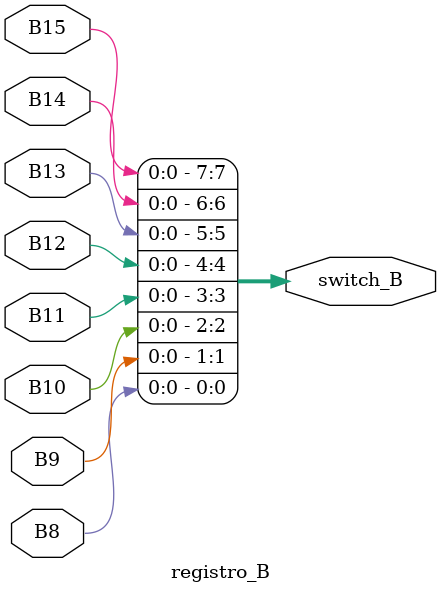
<source format=sv>
`timescale 1ns / 1ps

module registro_B(
                             
    input logic B8,          
    input logic B9,          
    input logic B10,          
    input logic B11,          
    input logic B12,          
    input logic B13,          
    input logic B14,          
    input logic B15,          
    output logic [7:0]switch_B
       );                    
                             
assign switch_B[0] = B8;     
assign switch_B[1] = B9;     
assign switch_B[2] = B10;     
assign switch_B[3] = B11;     
assign switch_B[4] = B12;     
assign switch_B[5] = B13;     
assign switch_B[6] = B14;     
assign switch_B[7] = B15;     

endmodule




</source>
